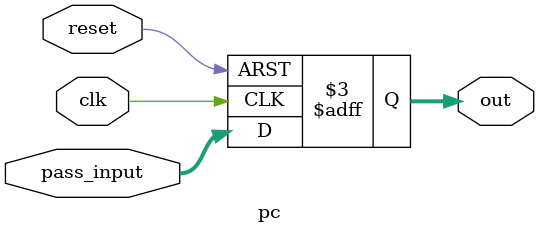
<source format=v>


`timescale 1ns/10ps

module pc (
    pass_input,
    out,
    reset,
    clk
);


input [13:0] pass_input;
output [13:0] out;
reg [13:0] out;
input reset;
input clk;




always @(posedge clk, posedge reset) begin: PC_PCBLOCK
    if (reset == 1) begin
        out <= 0;
    end
    else begin
        out <= pass_input;
    end
end

endmodule

</source>
